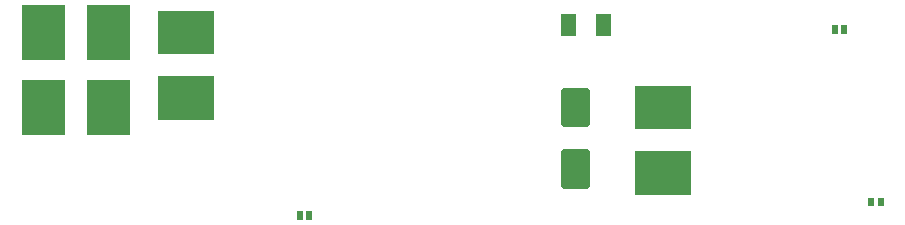
<source format=gtp>
G04 start of page 10 for group -4015 idx -4015 *
G04 Title: (unknown), toppaste *
G04 Creator: pcb 20140316 *
G04 CreationDate: Fri 25 Mar 2016 01:42:02 PM GMT UTC *
G04 For: commonadmin *
G04 Format: Gerber/RS-274X *
G04 PCB-Dimensions (mil): 3220.00 2260.00 *
G04 PCB-Coordinate-Origin: lower left *
%MOIN*%
%FSLAX25Y25*%
%LNTOPPASTE*%
%ADD119R,0.0512X0.0512*%
%ADD118C,0.0197*%
%ADD117R,0.0768X0.0768*%
%ADD116R,0.1450X0.1450*%
%ADD115R,0.0197X0.0197*%
G54D115*X289000Y88393D02*Y87607D01*
X292148Y88393D02*Y87607D01*
G54D116*X34800Y121500D02*Y117500D01*
X13000Y121500D02*Y117500D01*
X58500Y144500D02*X62500D01*
X58500Y122700D02*X62500D01*
X34800Y146500D02*Y142500D01*
X13000Y146500D02*Y142500D01*
G54D117*X190500Y121272D02*Y117728D01*
G54D118*X186661Y125110D02*X194339D01*
X186661Y113890D02*X194339D01*
Y125110D02*Y113890D01*
X186661Y125110D02*Y113890D01*
G54D117*X190500Y100799D02*Y97256D01*
G54D118*X186661Y104638D02*X194339D01*
X186661Y93417D02*X194339D01*
Y104638D02*Y93417D01*
X186661Y104638D02*Y93417D01*
G54D119*X188000Y148181D02*Y145819D01*
X199810Y148181D02*Y145819D01*
G54D116*X217500Y119500D02*X221500D01*
X217500Y97700D02*X221500D01*
G54D115*X276852Y145893D02*Y145107D01*
X280000Y145893D02*Y145107D01*
X98500Y83893D02*Y83107D01*
X101648Y83893D02*Y83107D01*
M02*

</source>
